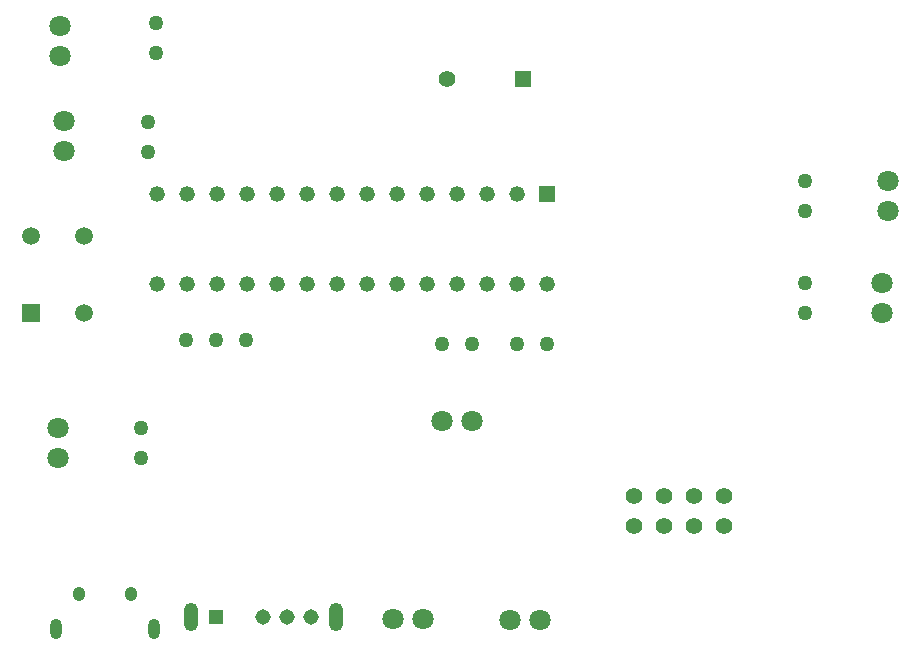
<source format=gbr>
%TF.GenerationSoftware,Altium Limited,Altium Designer,24.10.1 (45)*%
G04 Layer_Color=255*
%FSLAX25Y25*%
%MOIN*%
%TF.SameCoordinates,9950C81B-CD0A-4F44-AB06-5448DEDD42A1*%
%TF.FilePolarity,Positive*%
%TF.FileFunction,Pads,Bot*%
%TF.Part,Single*%
G01*
G75*
%TA.AperFunction,ComponentPad*%
%ADD22C,0.07100*%
%ADD23C,0.05000*%
%ADD24R,0.05200X0.05200*%
%ADD25C,0.05200*%
%ADD26O,0.04756X0.09512*%
%ADD27C,0.05150*%
%ADD28R,0.05150X0.05150*%
%ADD29R,0.05900X0.05900*%
%ADD30C,0.05900*%
%ADD31C,0.05600*%
%ADD32R,0.05600X0.05600*%
%ADD33O,0.04200X0.04900*%
%ADD34O,0.04000X0.06700*%
%ADD35C,0.05500*%
D22*
X275000Y133500D02*
D03*
X265000D02*
D03*
X391000Y270000D02*
D03*
Y280000D02*
D03*
X116500Y290000D02*
D03*
Y300000D02*
D03*
X236000Y134000D02*
D03*
X226000D02*
D03*
X242500Y200000D02*
D03*
X252500D02*
D03*
X114500Y197500D02*
D03*
Y187500D02*
D03*
X389000Y236000D02*
D03*
Y246000D02*
D03*
X115000Y321500D02*
D03*
Y331500D02*
D03*
D23*
X147000Y332500D02*
D03*
Y322500D02*
D03*
X177050Y227000D02*
D03*
X167050D02*
D03*
X157050D02*
D03*
X144500Y299500D02*
D03*
Y289500D02*
D03*
X142000Y197500D02*
D03*
Y187500D02*
D03*
X363500Y246000D02*
D03*
Y236000D02*
D03*
Y280000D02*
D03*
Y270000D02*
D03*
X252500Y225500D02*
D03*
X242500D02*
D03*
X267500D02*
D03*
X277500D02*
D03*
D24*
Y275500D02*
D03*
D25*
X267500D02*
D03*
X257500D02*
D03*
X247500D02*
D03*
X237500D02*
D03*
X227500D02*
D03*
X217500D02*
D03*
X207500D02*
D03*
X197500D02*
D03*
X187500D02*
D03*
X177500D02*
D03*
X167500D02*
D03*
X157500D02*
D03*
X147500D02*
D03*
Y245500D02*
D03*
X157500D02*
D03*
X167500D02*
D03*
X177500D02*
D03*
X187500D02*
D03*
X197500D02*
D03*
X207500D02*
D03*
X217500D02*
D03*
X227500D02*
D03*
X237500D02*
D03*
X247500D02*
D03*
X257500D02*
D03*
X267500D02*
D03*
X277500D02*
D03*
D26*
X158575Y134500D02*
D03*
X207000D02*
D03*
D27*
X182787D02*
D03*
X190661D02*
D03*
X198535D02*
D03*
D28*
X167039D02*
D03*
D29*
X105283Y236000D02*
D03*
D30*
X123000D02*
D03*
Y261591D02*
D03*
X105283D02*
D03*
D31*
X243910Y314000D02*
D03*
D32*
X269500D02*
D03*
D33*
X121240Y142311D02*
D03*
X138760D02*
D03*
D34*
X146437Y130500D02*
D03*
X113563D02*
D03*
D35*
X336500Y165000D02*
D03*
X326500D02*
D03*
X316500D02*
D03*
X306500D02*
D03*
Y175000D02*
D03*
X316500D02*
D03*
X336500D02*
D03*
X326500D02*
D03*
%TF.MD5,f00e447bbbe1276564b85bd81da39706*%
M02*

</source>
